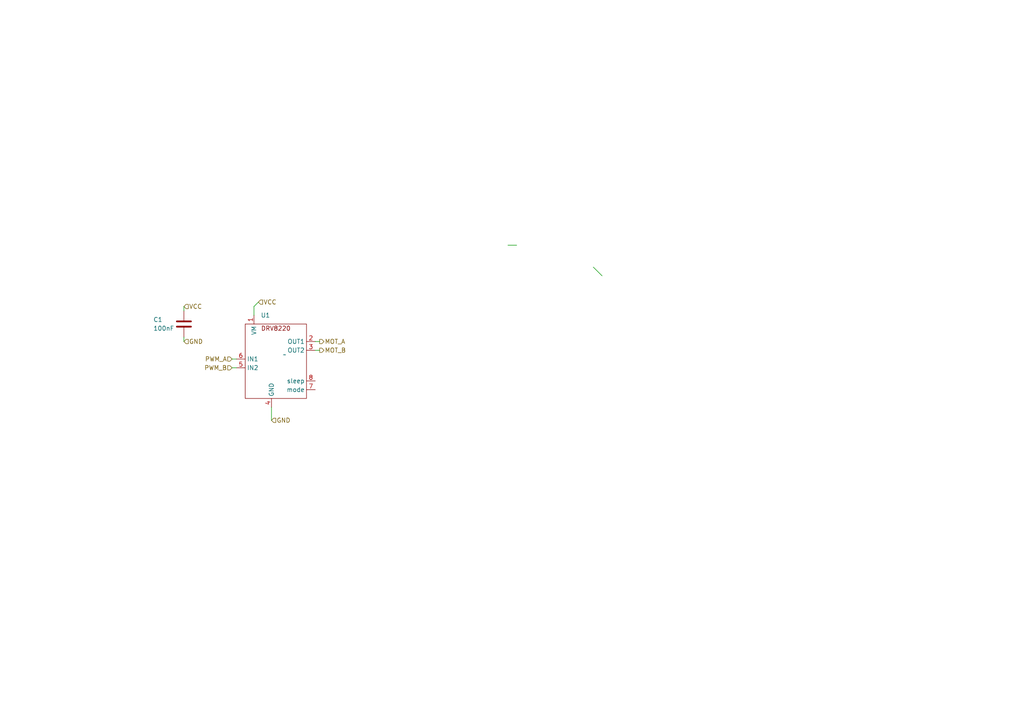
<source format=kicad_sch>
(kicad_sch (version 20230121) (generator eeschema)
  (paper "A4")
  (lib_symbols
    (symbol "Device:C" (pin_numbers hide) (pin_names (offset 0.254))
      (property "Reference" "C" (at 0.635 2.54 0))
      (property "Value" "C" (at 0.635 -2.54 0))
      (symbol "C_0_1"
        (polyline (pts (xy -2.032 -0.762) (xy 2.032 -0.762)) (stroke (width 0.508)))
        (polyline (pts (xy -2.032 0.762) (xy 2.032 0.762)) (stroke (width 0.508)))
      )
      (symbol "C_1_1"
        (pin passive line (at 0 3.81 270) (length 2.794) (name "~") (number "1"))
        (pin passive line (at 0 -3.81 90) (length 2.794) (name "~") (number "2"))
      )
    )
    (symbol "custom_kicad_lib_sk:DRV8220"
      (property "Reference" "U" (at 0 0 0))
      (symbol "DRV8220_0_1"
        (rectangle (start -11.43 8.89) (end 6.35 -12.7))
      )
      (symbol "DRV8220_1_1"
        (text "DRV8220" (at -2.54 7.62 0) (effects (font (size 1.27 1.27))))
        (pin input line (at -8.89 11.43 270) (length 2.54) (name "VM") (number "1"))
        (pin input line (at 8.89 3.81 180) (length 2.54) (name "OUT1") (number "2"))
        (pin input line (at 8.89 1.27 180) (length 2.54) (name "OUT2") (number "3"))
        (pin input line (at -3.81 -15.24 90) (length 2.54) (name "GND") (number "4"))
        (pin input line (at -13.97 -3.81 0) (length 2.54) (name "IN2") (number "5"))
        (pin input line (at -13.97 -1.27 0) (length 2.54) (name "IN1") (number "6"))
        (pin input line (at 8.89 -10.16 180) (length 2.54) (name "mode") (number "7"))
        (pin input line (at 8.89 -7.62 180) (length 2.54) (name "sleep") (number "8"))
      )
    )
  )
  (bus_entry (at 172.085 77.47) (size 2.54 2.54))
  (wire (pts (xy 92.71 101.6) (xy 91.44 101.6)))
  (wire (pts (xy 67.31 106.68) (xy 68.58 106.68)))
  (wire (pts (xy 78.74 118.11) (xy 78.74 121.92)))
  (wire (pts (xy 147.32 71.12) (xy 149.86 71.12)))
  (wire (pts (xy 53.34 88.9) (xy 53.34 90.17)))
  (wire (pts (xy 73.66 88.9) (xy 74.93 87.63)))
  (wire (pts (xy 53.34 97.79) (xy 53.34 99.06)))
  (wire (pts (xy 67.31 104.14) (xy 68.58 104.14)))
  (wire (pts (xy 92.71 99.06) (xy 91.44 99.06)))
  (wire (pts (xy 73.66 91.44) (xy 73.66 88.9)))
  (hierarchical_label "PWM_B" (shape input) (at 67.31 106.68 180))
  (hierarchical_label "PWM_A" (shape input) (at 67.31 104.14 180))
  (hierarchical_label "MOT_B" (shape output) (at 92.71 101.6 0))
  (hierarchical_label "MOT_A" (shape output) (at 92.71 99.06 0))
  (hierarchical_label "VCC" (shape input) (at 74.93 87.63 0))
  (hierarchical_label "GND" (shape input) (at 78.74 121.92 0))
  (hierarchical_label "VCC" (shape input) (at 53.34 88.9 0))
  (hierarchical_label "GND" (shape input) (at 53.34 99.06 0))
  (symbol (lib_id "custom_kicad_lib_sk:DRV8220") (at 82.55 102.87 0) (unit 1)
    (property "Reference" "U1" (at 75.6159 91.44 0) (effects (justify left)))
    (property "Value" "~" (at 82.55 102.87 0))
    (property "Footprint" "Package_SON:WSON-8-1EP_2x2mm_P0.5mm_EP0.9x1.6mm" (effects hide))
  )
  (symbol (lib_id "Device:C") (at 53.34 93.98 180) (unit 1)
    (property "Reference" "C1" (at 44.45 92.7131 0) (effects (justify right)))
    (property "Value" "100nF" (at 44.45 95.25 0) (effects (justify right)))
    (property "Footprint" "Capacitor_SMD:C_0402_1005Metric" (effects hide))
    (property "JLCPCB Part#" "C14663" (effects hide))
  )
)
</source>
